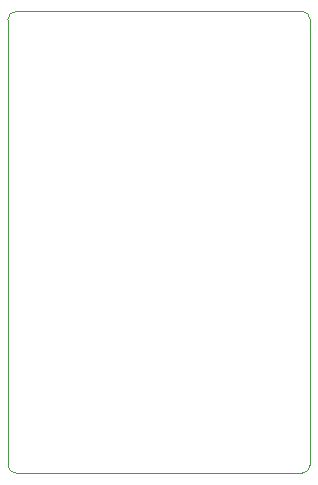
<source format=gbr>
%TF.GenerationSoftware,KiCad,Pcbnew,5.1.9-73d0e3b20d~88~ubuntu18.04.1*%
%TF.CreationDate,2021-11-28T01:15:10+02:00*%
%TF.ProjectId,ESP8266-Breakout,45535038-3236-4362-9d42-7265616b6f75,rev?*%
%TF.SameCoordinates,Original*%
%TF.FileFunction,Profile,NP*%
%FSLAX46Y46*%
G04 Gerber Fmt 4.6, Leading zero omitted, Abs format (unit mm)*
G04 Created by KiCad (PCBNEW 5.1.9-73d0e3b20d~88~ubuntu18.04.1) date 2021-11-28 01:15:10*
%MOMM*%
%LPD*%
G01*
G04 APERTURE LIST*
%TA.AperFunction,Profile*%
%ADD10C,0.050000*%
%TD*%
G04 APERTURE END LIST*
D10*
X140000000Y-104200000D02*
G75*
G02*
X139300000Y-103500000I0J700000D01*
G01*
X164900000Y-103500000D02*
G75*
G02*
X164200000Y-104200000I-700000J0D01*
G01*
X164200000Y-65100000D02*
G75*
G02*
X164900000Y-65800000I0J-700000D01*
G01*
X139300000Y-65800000D02*
G75*
G02*
X140000000Y-65100000I700000J0D01*
G01*
X139300000Y-103500000D02*
X139300000Y-65800000D01*
X164200000Y-104200000D02*
X140000000Y-104200000D01*
X164900000Y-65800000D02*
X164900000Y-103500000D01*
X140000000Y-65100000D02*
X164200000Y-65100000D01*
M02*

</source>
